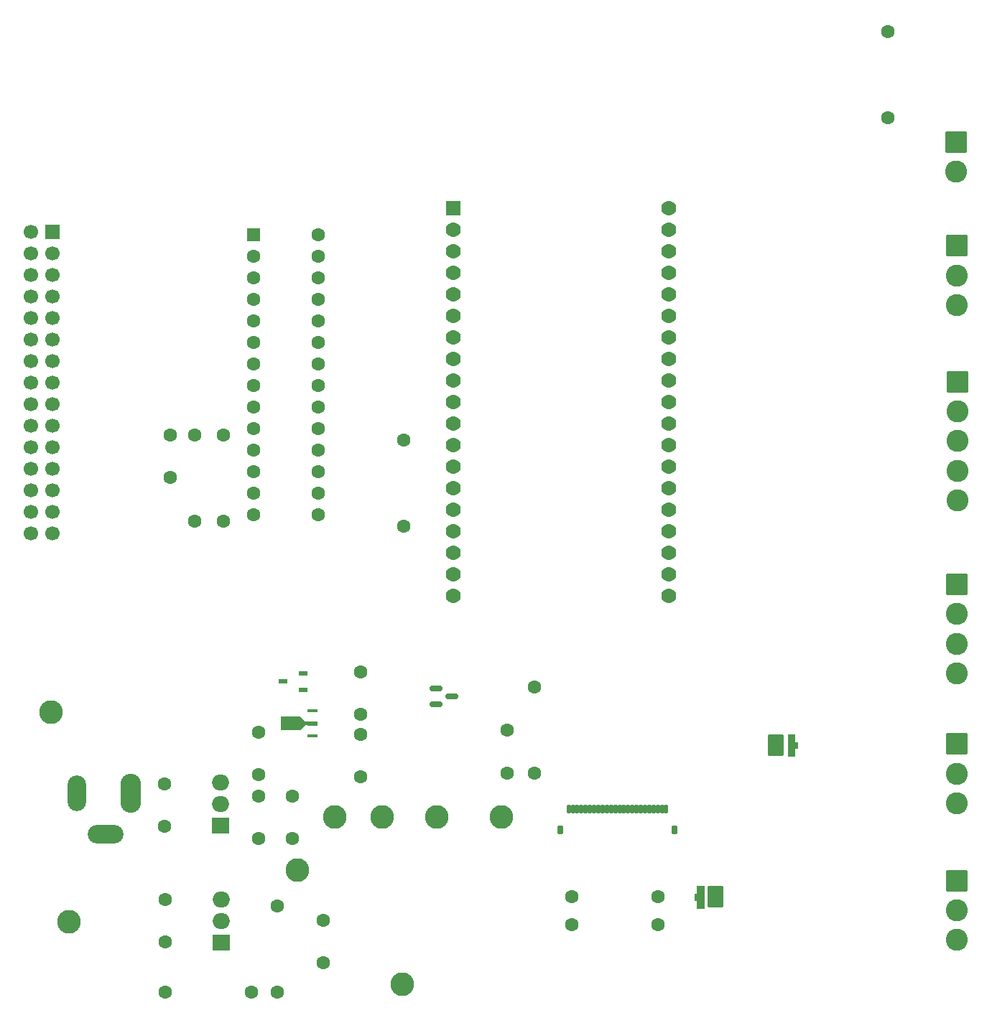
<source format=gts>
G04 #@! TF.GenerationSoftware,KiCad,Pcbnew,9.0.5*
G04 #@! TF.CreationDate,2025-11-10T02:59:24-08:00*
G04 #@! TF.ProjectId,zotbins_2025_wrover_pcb,7a6f7462-696e-4735-9f32-3032355f7772,rev?*
G04 #@! TF.SameCoordinates,Original*
G04 #@! TF.FileFunction,Soldermask,Top*
G04 #@! TF.FilePolarity,Negative*
%FSLAX46Y46*%
G04 Gerber Fmt 4.6, Leading zero omitted, Abs format (unit mm)*
G04 Created by KiCad (PCBNEW 9.0.5) date 2025-11-10 02:59:24*
%MOMM*%
%LPD*%
G01*
G04 APERTURE LIST*
G04 Aperture macros list*
%AMRoundRect*
0 Rectangle with rounded corners*
0 $1 Rounding radius*
0 $2 $3 $4 $5 $6 $7 $8 $9 X,Y pos of 4 corners*
0 Add a 4 corners polygon primitive as box body*
4,1,4,$2,$3,$4,$5,$6,$7,$8,$9,$2,$3,0*
0 Add four circle primitives for the rounded corners*
1,1,$1+$1,$2,$3*
1,1,$1+$1,$4,$5*
1,1,$1+$1,$6,$7*
1,1,$1+$1,$8,$9*
0 Add four rect primitives between the rounded corners*
20,1,$1+$1,$2,$3,$4,$5,0*
20,1,$1+$1,$4,$5,$6,$7,0*
20,1,$1+$1,$6,$7,$8,$9,0*
20,1,$1+$1,$8,$9,$2,$3,0*%
G04 Aperture macros list end*
%ADD10C,0.010000*%
%ADD11C,0.000000*%
%ADD12C,1.600000*%
%ADD13C,2.800000*%
%ADD14RoundRect,0.102000X-0.780000X-0.780000X0.780000X-0.780000X0.780000X0.780000X-0.780000X0.780000X0*%
%ADD15C,1.764000*%
%ADD16RoundRect,0.250000X-1.050000X1.050000X-1.050000X-1.050000X1.050000X-1.050000X1.050000X1.050000X0*%
%ADD17C,2.600000*%
%ADD18O,2.404000X4.604000*%
%ADD19O,2.204000X4.204000*%
%ADD20O,4.204000X2.204000*%
%ADD21RoundRect,0.102000X-0.150000X-0.400000X0.150000X-0.400000X0.150000X0.400000X-0.150000X0.400000X0*%
%ADD22RoundRect,0.102000X-0.200000X-0.400000X0.200000X-0.400000X0.200000X0.400000X-0.200000X0.400000X0*%
%ADD23RoundRect,0.102000X-0.800000X-1.200000X0.800000X-1.200000X0.800000X1.200000X-0.800000X1.200000X0*%
%ADD24RoundRect,0.250000X-0.550000X-0.550000X0.550000X-0.550000X0.550000X0.550000X-0.550000X0.550000X0*%
%ADD25R,1.700000X1.700000*%
%ADD26C,1.700000*%
%ADD27R,2.000000X1.905000*%
%ADD28O,2.000000X1.905000*%
%ADD29RoundRect,0.150000X-0.587500X-0.150000X0.587500X-0.150000X0.587500X0.150000X-0.587500X0.150000X0*%
%ADD30RoundRect,0.102000X0.800000X1.200000X-0.800000X1.200000X-0.800000X-1.200000X0.800000X-1.200000X0*%
%ADD31R,1.117600X0.482600*%
%ADD32R,1.193800X0.431800*%
%ADD33R,1.193800X0.482600*%
G04 APERTURE END LIST*
D10*
X193174399Y-127165407D02*
X193474399Y-127165407D01*
X193474399Y-127865407D01*
X193174399Y-127865407D01*
X193174399Y-128815407D01*
X192374399Y-128815407D01*
X192374399Y-126215407D01*
X193174399Y-126215407D01*
X193174399Y-127165407D01*
G36*
X193174399Y-127165407D02*
G01*
X193474399Y-127165407D01*
X193474399Y-127865407D01*
X193174399Y-127865407D01*
X193174399Y-128815407D01*
X192374399Y-128815407D01*
X192374399Y-126215407D01*
X193174399Y-126215407D01*
X193174399Y-127165407D01*
G37*
X182459894Y-146702722D02*
X181659894Y-146702722D01*
X181659894Y-145752722D01*
X181359894Y-145752722D01*
X181359894Y-145052722D01*
X181659894Y-145052722D01*
X181659894Y-144102722D01*
X182459894Y-144102722D01*
X182459894Y-146702722D01*
G36*
X182459894Y-146702722D02*
G01*
X181659894Y-146702722D01*
X181659894Y-145752722D01*
X181359894Y-145752722D01*
X181359894Y-145052722D01*
X181659894Y-145052722D01*
X181659894Y-144102722D01*
X182459894Y-144102722D01*
X182459894Y-146702722D01*
G37*
D11*
G36*
X135474700Y-124687200D02*
G01*
X135728700Y-124687200D01*
X135728700Y-125169800D01*
X135474700Y-125169800D01*
X134915900Y-125728600D01*
X132629900Y-125728600D01*
X132629900Y-124128400D01*
X134915900Y-124128400D01*
X135474700Y-124687200D01*
G37*
D12*
X142000000Y-126200000D03*
X142000000Y-131200000D03*
D13*
X158600000Y-136000000D03*
X146923345Y-155723345D03*
D12*
X129180000Y-156600000D03*
X119020000Y-156600000D03*
D14*
X152950000Y-64140000D03*
D15*
X152950000Y-66680000D03*
X152950000Y-69220000D03*
X152950000Y-71760000D03*
X152950000Y-74300000D03*
X152950000Y-76840000D03*
X152950000Y-79380000D03*
X152950000Y-81920000D03*
X152950000Y-84460000D03*
X152950000Y-87000000D03*
X152950000Y-89540000D03*
X152950000Y-92080000D03*
X152950000Y-94620000D03*
X152950000Y-97160000D03*
X152950000Y-99700000D03*
X152950000Y-102240000D03*
X152950000Y-104780000D03*
X152950000Y-107320000D03*
X152950000Y-109860000D03*
X178350000Y-64140000D03*
X178350000Y-66680000D03*
X178350000Y-69220000D03*
X178350000Y-71760000D03*
X178350000Y-74300000D03*
X178350000Y-76840000D03*
X178350000Y-79380000D03*
X178350000Y-81920000D03*
X178350000Y-84460000D03*
X178350000Y-87000000D03*
X178350000Y-89540000D03*
X178350000Y-92080000D03*
X178350000Y-94620000D03*
X178350000Y-97160000D03*
X178350000Y-99700000D03*
X178350000Y-102240000D03*
X178350000Y-104780000D03*
X178350000Y-107320000D03*
X178350000Y-109860000D03*
D12*
X119550000Y-90950000D03*
X119550000Y-95950000D03*
D16*
X212300000Y-68600000D03*
D17*
X212300000Y-72100000D03*
X212300000Y-75600000D03*
D12*
X125850000Y-90920000D03*
X125850000Y-101080000D03*
D16*
X212200000Y-56400000D03*
D17*
X212200000Y-59900000D03*
D12*
X177119042Y-148652010D03*
X166959042Y-148652010D03*
X159300000Y-130770000D03*
X159300000Y-125770000D03*
X177100181Y-145398348D03*
X166940181Y-145398348D03*
X204200000Y-43320000D03*
X204200000Y-53480000D03*
D16*
X212300000Y-143475122D03*
D17*
X212300000Y-146975122D03*
X212300000Y-150475122D03*
D16*
X212402115Y-84642509D03*
D17*
X212402115Y-88142509D03*
X212402115Y-91642509D03*
X212402115Y-95142509D03*
X212402115Y-98642509D03*
D18*
X114900000Y-133200000D03*
D19*
X108600000Y-133200000D03*
D20*
X112000000Y-138000000D03*
D12*
X132193763Y-146437956D03*
X132193763Y-156597956D03*
D21*
X166550000Y-135000000D03*
X167050000Y-135000000D03*
X167550000Y-135000000D03*
X168050000Y-135000000D03*
X168550000Y-135000000D03*
X169050000Y-135000000D03*
X169550000Y-135000000D03*
X170050000Y-135000000D03*
X170550000Y-135000000D03*
X171050000Y-135000000D03*
X171550000Y-135000000D03*
X172050000Y-135000000D03*
X172550000Y-135000000D03*
X173050000Y-135000000D03*
X173550000Y-135000000D03*
X174050000Y-135000000D03*
X174550000Y-135000000D03*
X175050000Y-135000000D03*
X175550000Y-135000000D03*
X176050000Y-135000000D03*
X176550000Y-135000000D03*
X177050000Y-135000000D03*
X177550000Y-135000000D03*
X178050000Y-135000000D03*
D22*
X165600000Y-137500000D03*
X179000000Y-137500000D03*
D23*
X190974399Y-127515407D03*
D13*
X144600000Y-136000000D03*
X134600000Y-142200000D03*
D24*
X129400000Y-67275000D03*
D12*
X129400000Y-69815000D03*
X129400000Y-72355000D03*
X129400000Y-74895000D03*
X129400000Y-77435000D03*
X129400000Y-79975000D03*
X129400000Y-82515000D03*
X129400000Y-85055000D03*
X129400000Y-87595000D03*
X129400000Y-90135000D03*
X129400000Y-92675000D03*
X129400000Y-95215000D03*
X129400000Y-97755000D03*
X129400000Y-100295000D03*
X137020000Y-100295000D03*
X137020000Y-97755000D03*
X137020000Y-95215000D03*
X137020000Y-92675000D03*
X137020000Y-90135000D03*
X137020000Y-87595000D03*
X137020000Y-85055000D03*
X137020000Y-82515000D03*
X137020000Y-79975000D03*
X137020000Y-77435000D03*
X137020000Y-74895000D03*
X137020000Y-72355000D03*
X137020000Y-69815000D03*
X137020000Y-67275000D03*
D16*
X212282500Y-127359277D03*
D17*
X212282500Y-130859277D03*
X212282500Y-134359277D03*
D25*
X105700000Y-67000000D03*
D26*
X103160000Y-67000000D03*
X105700000Y-69540000D03*
X103160000Y-69540000D03*
X105700000Y-72080000D03*
X103160000Y-72080000D03*
X105700000Y-74620000D03*
X103160000Y-74620000D03*
X105700000Y-77160000D03*
X103160000Y-77160000D03*
X105700000Y-79700000D03*
X103160000Y-79700000D03*
X105700000Y-82240000D03*
X103160000Y-82240000D03*
X105700000Y-84780000D03*
X103160000Y-84780000D03*
X105700000Y-87320000D03*
X103160000Y-87320000D03*
X105700000Y-89860000D03*
X103160000Y-89860000D03*
X105700000Y-92400000D03*
X103160000Y-92400000D03*
X105700000Y-94940000D03*
X103160000Y-94940000D03*
X105700000Y-97480000D03*
X103160000Y-97480000D03*
X105700000Y-100020000D03*
X103160000Y-100020000D03*
X105700000Y-102560000D03*
X103160000Y-102560000D03*
D27*
X125600000Y-150780000D03*
D28*
X125600000Y-148240000D03*
X125600000Y-145700000D03*
D27*
X125500000Y-137000000D03*
D28*
X125500000Y-134460000D03*
X125500000Y-131920000D03*
D29*
X150917338Y-120822231D03*
X150917338Y-122722231D03*
X152792338Y-121772231D03*
D12*
X134000000Y-133500000D03*
X134000000Y-138500000D03*
X130000000Y-131000000D03*
X130000000Y-126000000D03*
D13*
X105564726Y-123600000D03*
D30*
X183859894Y-145402722D03*
D12*
X162550000Y-120620000D03*
X162550000Y-130780000D03*
D31*
X135293800Y-120950001D03*
X135293800Y-119049999D03*
X132906200Y-120000000D03*
D12*
X147100000Y-91540000D03*
X147100000Y-101700000D03*
X118936469Y-137068383D03*
X118936469Y-132068383D03*
D32*
X136325600Y-126428500D03*
D33*
X136325600Y-124928500D03*
D32*
X136325600Y-123428500D03*
D12*
X119000000Y-145700000D03*
X119000000Y-150700000D03*
D16*
X212300000Y-108551573D03*
D17*
X212300000Y-112051573D03*
X212300000Y-115551573D03*
X212300000Y-119051573D03*
D12*
X122500000Y-90940000D03*
X122500000Y-101100000D03*
X130000000Y-133500000D03*
X130000000Y-138500000D03*
D13*
X107679146Y-148352057D03*
X139000000Y-136000000D03*
D12*
X142000000Y-118900000D03*
X142000000Y-123900000D03*
X137600000Y-148200000D03*
X137600000Y-153200000D03*
D13*
X151000000Y-136000000D03*
M02*

</source>
